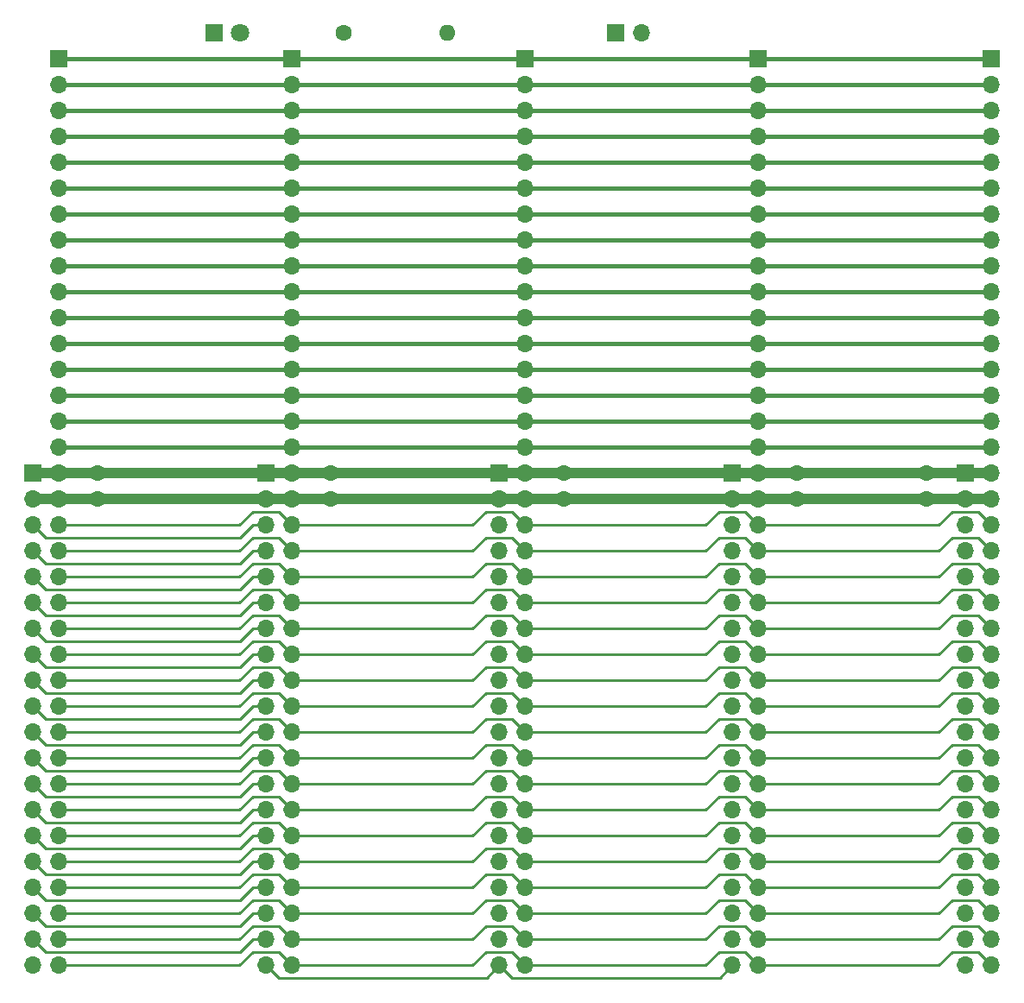
<source format=gbr>
%TF.GenerationSoftware,KiCad,Pcbnew,6.0.11+dfsg-1*%
%TF.CreationDate,2025-12-28T18:54:00+01:00*%
%TF.ProjectId,b2,62322e6b-6963-4616-945f-706362585858,rev?*%
%TF.SameCoordinates,Original*%
%TF.FileFunction,Copper,L2,Bot*%
%TF.FilePolarity,Positive*%
%FSLAX46Y46*%
G04 Gerber Fmt 4.6, Leading zero omitted, Abs format (unit mm)*
G04 Created by KiCad (PCBNEW 6.0.11+dfsg-1) date 2025-12-28 18:54:00*
%MOMM*%
%LPD*%
G01*
G04 APERTURE LIST*
%TA.AperFunction,ComponentPad*%
%ADD10R,1.700000X1.700000*%
%TD*%
%TA.AperFunction,ComponentPad*%
%ADD11O,1.700000X1.700000*%
%TD*%
%TA.AperFunction,ComponentPad*%
%ADD12C,1.600000*%
%TD*%
%TA.AperFunction,ComponentPad*%
%ADD13R,1.800000X1.800000*%
%TD*%
%TA.AperFunction,ComponentPad*%
%ADD14C,1.800000*%
%TD*%
%TA.AperFunction,ComponentPad*%
%ADD15O,1.600000X1.600000*%
%TD*%
%TA.AperFunction,Conductor*%
%ADD16C,0.400000*%
%TD*%
%TA.AperFunction,Conductor*%
%ADD17C,0.250000*%
%TD*%
%TA.AperFunction,Conductor*%
%ADD18C,1.000000*%
%TD*%
G04 APERTURE END LIST*
D10*
%TO.P,REF\u002A\u002A,1*%
%TO.N,N/C*%
X151205000Y-66065000D03*
D11*
%TO.P,REF\u002A\u002A,2*%
X151205000Y-68605000D03*
%TO.P,REF\u002A\u002A,3*%
X151205000Y-71145000D03*
%TO.P,REF\u002A\u002A,4*%
X151205000Y-73685000D03*
%TO.P,REF\u002A\u002A,5*%
X151205000Y-76225000D03*
%TO.P,REF\u002A\u002A,6*%
X151205000Y-78765000D03*
%TO.P,REF\u002A\u002A,7*%
X151205000Y-81305000D03*
%TO.P,REF\u002A\u002A,8*%
X151205000Y-83845000D03*
%TO.P,REF\u002A\u002A,9*%
X151205000Y-86385000D03*
%TO.P,REF\u002A\u002A,10*%
X151205000Y-88925000D03*
%TO.P,REF\u002A\u002A,11*%
X151205000Y-91465000D03*
%TO.P,REF\u002A\u002A,12*%
X151205000Y-94005000D03*
%TO.P,REF\u002A\u002A,13*%
X151205000Y-96545000D03*
%TO.P,REF\u002A\u002A,14*%
X151205000Y-99085000D03*
%TO.P,REF\u002A\u002A,15*%
X151205000Y-101625000D03*
%TO.P,REF\u002A\u002A,16*%
X151205000Y-104165000D03*
%TO.P,REF\u002A\u002A,17*%
X151205000Y-106705000D03*
%TO.P,REF\u002A\u002A,18*%
X151205000Y-109245000D03*
%TO.P,REF\u002A\u002A,19*%
X151205000Y-111785000D03*
%TO.P,REF\u002A\u002A,20*%
X151205000Y-114325000D03*
%TO.P,REF\u002A\u002A,21*%
X151205000Y-116865000D03*
%TO.P,REF\u002A\u002A,22*%
X151205000Y-119405000D03*
%TO.P,REF\u002A\u002A,23*%
X151205000Y-121945000D03*
%TO.P,REF\u002A\u002A,24*%
X151205000Y-124485000D03*
%TO.P,REF\u002A\u002A,25*%
X151205000Y-127025000D03*
%TO.P,REF\u002A\u002A,26*%
X151205000Y-129565000D03*
%TO.P,REF\u002A\u002A,27*%
X151205000Y-132105000D03*
%TO.P,REF\u002A\u002A,28*%
X151205000Y-134645000D03*
%TO.P,REF\u002A\u002A,29*%
X151205000Y-137185000D03*
%TO.P,REF\u002A\u002A,30*%
X151205000Y-139725000D03*
%TO.P,REF\u002A\u002A,31*%
X151205000Y-142265000D03*
%TO.P,REF\u002A\u002A,32*%
X151205000Y-144805000D03*
%TO.P,REF\u002A\u002A,33*%
X151205000Y-147345000D03*
%TO.P,REF\u002A\u002A,34*%
X151205000Y-149885000D03*
%TO.P,REF\u002A\u002A,35*%
X151205000Y-152425000D03*
%TO.P,REF\u002A\u002A,36*%
X151205000Y-154965000D03*
%TD*%
D10*
%TO.P,REF\u002A\u002A,1*%
%TO.N,N/C*%
X102930000Y-106715000D03*
D11*
%TO.P,REF\u002A\u002A,2*%
X102930000Y-109255000D03*
%TO.P,REF\u002A\u002A,3*%
X102930000Y-111795000D03*
%TO.P,REF\u002A\u002A,4*%
X102930000Y-114335000D03*
%TO.P,REF\u002A\u002A,5*%
X102930000Y-116875000D03*
%TO.P,REF\u002A\u002A,6*%
X102930000Y-119415000D03*
%TO.P,REF\u002A\u002A,7*%
X102930000Y-121955000D03*
%TO.P,REF\u002A\u002A,8*%
X102930000Y-124495000D03*
%TO.P,REF\u002A\u002A,9*%
X102930000Y-127035000D03*
%TO.P,REF\u002A\u002A,10*%
X102930000Y-129575000D03*
%TO.P,REF\u002A\u002A,11*%
X102930000Y-132115000D03*
%TO.P,REF\u002A\u002A,12*%
X102930000Y-134655000D03*
%TO.P,REF\u002A\u002A,13*%
X102930000Y-137195000D03*
%TO.P,REF\u002A\u002A,14*%
X102930000Y-139735000D03*
%TO.P,REF\u002A\u002A,15*%
X102930000Y-142275000D03*
%TO.P,REF\u002A\u002A,16*%
X102930000Y-144815000D03*
%TO.P,REF\u002A\u002A,17*%
X102930000Y-147355000D03*
%TO.P,REF\u002A\u002A,18*%
X102930000Y-149895000D03*
%TO.P,REF\u002A\u002A,19*%
X102930000Y-152435000D03*
%TO.P,REF\u002A\u002A,20*%
X102930000Y-154975000D03*
%TD*%
D12*
%TO.P,C,1*%
%TO.N,N/C*%
X190500000Y-109220000D03*
%TO.P,C,2*%
X190500000Y-106720000D03*
%TD*%
%TO.P,C,1*%
%TO.N,N/C*%
X177800000Y-109220000D03*
%TO.P,C,2*%
X177800000Y-106720000D03*
%TD*%
%TO.P,C,1*%
%TO.N,N/C*%
X132080000Y-109220000D03*
%TO.P,C,2*%
X132080000Y-106720000D03*
%TD*%
D10*
%TO.P,REF\u002A\u002A,1*%
%TO.N,N/C*%
X194335000Y-106715000D03*
D11*
%TO.P,REF\u002A\u002A,2*%
X194335000Y-109255000D03*
%TO.P,REF\u002A\u002A,3*%
X194335000Y-111795000D03*
%TO.P,REF\u002A\u002A,4*%
X194335000Y-114335000D03*
%TO.P,REF\u002A\u002A,5*%
X194335000Y-116875000D03*
%TO.P,REF\u002A\u002A,6*%
X194335000Y-119415000D03*
%TO.P,REF\u002A\u002A,7*%
X194335000Y-121955000D03*
%TO.P,REF\u002A\u002A,8*%
X194335000Y-124495000D03*
%TO.P,REF\u002A\u002A,9*%
X194335000Y-127035000D03*
%TO.P,REF\u002A\u002A,10*%
X194335000Y-129575000D03*
%TO.P,REF\u002A\u002A,11*%
X194335000Y-132115000D03*
%TO.P,REF\u002A\u002A,12*%
X194335000Y-134655000D03*
%TO.P,REF\u002A\u002A,13*%
X194335000Y-137195000D03*
%TO.P,REF\u002A\u002A,14*%
X194335000Y-139735000D03*
%TO.P,REF\u002A\u002A,15*%
X194335000Y-142275000D03*
%TO.P,REF\u002A\u002A,16*%
X194335000Y-144815000D03*
%TO.P,REF\u002A\u002A,17*%
X194335000Y-147355000D03*
%TO.P,REF\u002A\u002A,18*%
X194335000Y-149895000D03*
%TO.P,REF\u002A\u002A,19*%
X194335000Y-152435000D03*
%TO.P,REF\u002A\u002A,20*%
X194335000Y-154975000D03*
%TD*%
D10*
%TO.P,REF\u002A\u002A,1*%
%TO.N,N/C*%
X148665000Y-106715000D03*
D11*
%TO.P,REF\u002A\u002A,2*%
X148665000Y-109255000D03*
%TO.P,REF\u002A\u002A,3*%
X148665000Y-111795000D03*
%TO.P,REF\u002A\u002A,4*%
X148665000Y-114335000D03*
%TO.P,REF\u002A\u002A,5*%
X148665000Y-116875000D03*
%TO.P,REF\u002A\u002A,6*%
X148665000Y-119415000D03*
%TO.P,REF\u002A\u002A,7*%
X148665000Y-121955000D03*
%TO.P,REF\u002A\u002A,8*%
X148665000Y-124495000D03*
%TO.P,REF\u002A\u002A,9*%
X148665000Y-127035000D03*
%TO.P,REF\u002A\u002A,10*%
X148665000Y-129575000D03*
%TO.P,REF\u002A\u002A,11*%
X148665000Y-132115000D03*
%TO.P,REF\u002A\u002A,12*%
X148665000Y-134655000D03*
%TO.P,REF\u002A\u002A,13*%
X148665000Y-137195000D03*
%TO.P,REF\u002A\u002A,14*%
X148665000Y-139735000D03*
%TO.P,REF\u002A\u002A,15*%
X148665000Y-142275000D03*
%TO.P,REF\u002A\u002A,16*%
X148665000Y-144815000D03*
%TO.P,REF\u002A\u002A,17*%
X148665000Y-147355000D03*
%TO.P,REF\u002A\u002A,18*%
X148665000Y-149895000D03*
%TO.P,REF\u002A\u002A,19*%
X148665000Y-152435000D03*
%TO.P,REF\u002A\u002A,20*%
X148665000Y-154975000D03*
%TD*%
D13*
%TO.P,REF\u002A\u002A,1*%
%TO.N,N/C*%
X120650000Y-63500000D03*
D14*
%TO.P,REF\u002A\u002A,2*%
X123190000Y-63500000D03*
%TD*%
D12*
%TO.P,1k,1*%
%TO.N,N/C*%
X133350000Y-63500000D03*
D15*
%TO.P,1k,2*%
X143510000Y-63500000D03*
%TD*%
D12*
%TO.P,C,1*%
%TO.N,N/C*%
X109220000Y-109220000D03*
%TO.P,C,2*%
X109220000Y-106720000D03*
%TD*%
D10*
%TO.P,REF\u002A\u002A,1*%
%TO.N,N/C*%
X174065000Y-66065000D03*
D11*
%TO.P,REF\u002A\u002A,2*%
X174065000Y-68605000D03*
%TO.P,REF\u002A\u002A,3*%
X174065000Y-71145000D03*
%TO.P,REF\u002A\u002A,4*%
X174065000Y-73685000D03*
%TO.P,REF\u002A\u002A,5*%
X174065000Y-76225000D03*
%TO.P,REF\u002A\u002A,6*%
X174065000Y-78765000D03*
%TO.P,REF\u002A\u002A,7*%
X174065000Y-81305000D03*
%TO.P,REF\u002A\u002A,8*%
X174065000Y-83845000D03*
%TO.P,REF\u002A\u002A,9*%
X174065000Y-86385000D03*
%TO.P,REF\u002A\u002A,10*%
X174065000Y-88925000D03*
%TO.P,REF\u002A\u002A,11*%
X174065000Y-91465000D03*
%TO.P,REF\u002A\u002A,12*%
X174065000Y-94005000D03*
%TO.P,REF\u002A\u002A,13*%
X174065000Y-96545000D03*
%TO.P,REF\u002A\u002A,14*%
X174065000Y-99085000D03*
%TO.P,REF\u002A\u002A,15*%
X174065000Y-101625000D03*
%TO.P,REF\u002A\u002A,16*%
X174065000Y-104165000D03*
%TO.P,REF\u002A\u002A,17*%
X174065000Y-106705000D03*
%TO.P,REF\u002A\u002A,18*%
X174065000Y-109245000D03*
%TO.P,REF\u002A\u002A,19*%
X174065000Y-111785000D03*
%TO.P,REF\u002A\u002A,20*%
X174065000Y-114325000D03*
%TO.P,REF\u002A\u002A,21*%
X174065000Y-116865000D03*
%TO.P,REF\u002A\u002A,22*%
X174065000Y-119405000D03*
%TO.P,REF\u002A\u002A,23*%
X174065000Y-121945000D03*
%TO.P,REF\u002A\u002A,24*%
X174065000Y-124485000D03*
%TO.P,REF\u002A\u002A,25*%
X174065000Y-127025000D03*
%TO.P,REF\u002A\u002A,26*%
X174065000Y-129565000D03*
%TO.P,REF\u002A\u002A,27*%
X174065000Y-132105000D03*
%TO.P,REF\u002A\u002A,28*%
X174065000Y-134645000D03*
%TO.P,REF\u002A\u002A,29*%
X174065000Y-137185000D03*
%TO.P,REF\u002A\u002A,30*%
X174065000Y-139725000D03*
%TO.P,REF\u002A\u002A,31*%
X174065000Y-142265000D03*
%TO.P,REF\u002A\u002A,32*%
X174065000Y-144805000D03*
%TO.P,REF\u002A\u002A,33*%
X174065000Y-147345000D03*
%TO.P,REF\u002A\u002A,34*%
X174065000Y-149885000D03*
%TO.P,REF\u002A\u002A,35*%
X174065000Y-152425000D03*
%TO.P,REF\u002A\u002A,36*%
X174065000Y-154965000D03*
%TD*%
D10*
%TO.P,REF\u002A\u002A,1*%
%TO.N,N/C*%
X128320000Y-66065000D03*
D11*
%TO.P,REF\u002A\u002A,2*%
X128320000Y-68605000D03*
%TO.P,REF\u002A\u002A,3*%
X128320000Y-71145000D03*
%TO.P,REF\u002A\u002A,4*%
X128320000Y-73685000D03*
%TO.P,REF\u002A\u002A,5*%
X128320000Y-76225000D03*
%TO.P,REF\u002A\u002A,6*%
X128320000Y-78765000D03*
%TO.P,REF\u002A\u002A,7*%
X128320000Y-81305000D03*
%TO.P,REF\u002A\u002A,8*%
X128320000Y-83845000D03*
%TO.P,REF\u002A\u002A,9*%
X128320000Y-86385000D03*
%TO.P,REF\u002A\u002A,10*%
X128320000Y-88925000D03*
%TO.P,REF\u002A\u002A,11*%
X128320000Y-91465000D03*
%TO.P,REF\u002A\u002A,12*%
X128320000Y-94005000D03*
%TO.P,REF\u002A\u002A,13*%
X128320000Y-96545000D03*
%TO.P,REF\u002A\u002A,14*%
X128320000Y-99085000D03*
%TO.P,REF\u002A\u002A,15*%
X128320000Y-101625000D03*
%TO.P,REF\u002A\u002A,16*%
X128320000Y-104165000D03*
%TO.P,REF\u002A\u002A,17*%
X128320000Y-106705000D03*
%TO.P,REF\u002A\u002A,18*%
X128320000Y-109245000D03*
%TO.P,REF\u002A\u002A,19*%
X128320000Y-111785000D03*
%TO.P,REF\u002A\u002A,20*%
X128320000Y-114325000D03*
%TO.P,REF\u002A\u002A,21*%
X128320000Y-116865000D03*
%TO.P,REF\u002A\u002A,22*%
X128320000Y-119405000D03*
%TO.P,REF\u002A\u002A,23*%
X128320000Y-121945000D03*
%TO.P,REF\u002A\u002A,24*%
X128320000Y-124485000D03*
%TO.P,REF\u002A\u002A,25*%
X128320000Y-127025000D03*
%TO.P,REF\u002A\u002A,26*%
X128320000Y-129565000D03*
%TO.P,REF\u002A\u002A,27*%
X128320000Y-132105000D03*
%TO.P,REF\u002A\u002A,28*%
X128320000Y-134645000D03*
%TO.P,REF\u002A\u002A,29*%
X128320000Y-137185000D03*
%TO.P,REF\u002A\u002A,30*%
X128320000Y-139725000D03*
%TO.P,REF\u002A\u002A,31*%
X128320000Y-142265000D03*
%TO.P,REF\u002A\u002A,32*%
X128320000Y-144805000D03*
%TO.P,REF\u002A\u002A,33*%
X128320000Y-147345000D03*
%TO.P,REF\u002A\u002A,34*%
X128320000Y-149885000D03*
%TO.P,REF\u002A\u002A,35*%
X128320000Y-152425000D03*
%TO.P,REF\u002A\u002A,36*%
X128320000Y-154965000D03*
%TD*%
D10*
%TO.P,5V,1*%
%TO.N,N/C*%
X160020000Y-63500000D03*
D11*
%TO.P,5V,2*%
X162560000Y-63500000D03*
%TD*%
D12*
%TO.P,C,1*%
%TO.N,N/C*%
X154940000Y-109220000D03*
%TO.P,C,2*%
X154940000Y-106720000D03*
%TD*%
D10*
%TO.P,REF\u002A\u002A,1*%
%TO.N,N/C*%
X125780000Y-106715000D03*
D11*
%TO.P,REF\u002A\u002A,2*%
X125780000Y-109255000D03*
%TO.P,REF\u002A\u002A,3*%
X125780000Y-111795000D03*
%TO.P,REF\u002A\u002A,4*%
X125780000Y-114335000D03*
%TO.P,REF\u002A\u002A,5*%
X125780000Y-116875000D03*
%TO.P,REF\u002A\u002A,6*%
X125780000Y-119415000D03*
%TO.P,REF\u002A\u002A,7*%
X125780000Y-121955000D03*
%TO.P,REF\u002A\u002A,8*%
X125780000Y-124495000D03*
%TO.P,REF\u002A\u002A,9*%
X125780000Y-127035000D03*
%TO.P,REF\u002A\u002A,10*%
X125780000Y-129575000D03*
%TO.P,REF\u002A\u002A,11*%
X125780000Y-132115000D03*
%TO.P,REF\u002A\u002A,12*%
X125780000Y-134655000D03*
%TO.P,REF\u002A\u002A,13*%
X125780000Y-137195000D03*
%TO.P,REF\u002A\u002A,14*%
X125780000Y-139735000D03*
%TO.P,REF\u002A\u002A,15*%
X125780000Y-142275000D03*
%TO.P,REF\u002A\u002A,16*%
X125780000Y-144815000D03*
%TO.P,REF\u002A\u002A,17*%
X125780000Y-147355000D03*
%TO.P,REF\u002A\u002A,18*%
X125780000Y-149895000D03*
%TO.P,REF\u002A\u002A,19*%
X125780000Y-152435000D03*
%TO.P,REF\u002A\u002A,20*%
X125780000Y-154975000D03*
%TD*%
D10*
%TO.P,REF\u002A\u002A,1*%
%TO.N,N/C*%
X105470000Y-66065000D03*
D11*
%TO.P,REF\u002A\u002A,2*%
X105470000Y-68605000D03*
%TO.P,REF\u002A\u002A,3*%
X105470000Y-71145000D03*
%TO.P,REF\u002A\u002A,4*%
X105470000Y-73685000D03*
%TO.P,REF\u002A\u002A,5*%
X105470000Y-76225000D03*
%TO.P,REF\u002A\u002A,6*%
X105470000Y-78765000D03*
%TO.P,REF\u002A\u002A,7*%
X105470000Y-81305000D03*
%TO.P,REF\u002A\u002A,8*%
X105470000Y-83845000D03*
%TO.P,REF\u002A\u002A,9*%
X105470000Y-86385000D03*
%TO.P,REF\u002A\u002A,10*%
X105470000Y-88925000D03*
%TO.P,REF\u002A\u002A,11*%
X105470000Y-91465000D03*
%TO.P,REF\u002A\u002A,12*%
X105470000Y-94005000D03*
%TO.P,REF\u002A\u002A,13*%
X105470000Y-96545000D03*
%TO.P,REF\u002A\u002A,14*%
X105470000Y-99085000D03*
%TO.P,REF\u002A\u002A,15*%
X105470000Y-101625000D03*
%TO.P,REF\u002A\u002A,16*%
X105470000Y-104165000D03*
%TO.P,REF\u002A\u002A,17*%
X105470000Y-106705000D03*
%TO.P,REF\u002A\u002A,18*%
X105470000Y-109245000D03*
%TO.P,REF\u002A\u002A,19*%
X105470000Y-111785000D03*
%TO.P,REF\u002A\u002A,20*%
X105470000Y-114325000D03*
%TO.P,REF\u002A\u002A,21*%
X105470000Y-116865000D03*
%TO.P,REF\u002A\u002A,22*%
X105470000Y-119405000D03*
%TO.P,REF\u002A\u002A,23*%
X105470000Y-121945000D03*
%TO.P,REF\u002A\u002A,24*%
X105470000Y-124485000D03*
%TO.P,REF\u002A\u002A,25*%
X105470000Y-127025000D03*
%TO.P,REF\u002A\u002A,26*%
X105470000Y-129565000D03*
%TO.P,REF\u002A\u002A,27*%
X105470000Y-132105000D03*
%TO.P,REF\u002A\u002A,28*%
X105470000Y-134645000D03*
%TO.P,REF\u002A\u002A,29*%
X105470000Y-137185000D03*
%TO.P,REF\u002A\u002A,30*%
X105470000Y-139725000D03*
%TO.P,REF\u002A\u002A,31*%
X105470000Y-142265000D03*
%TO.P,REF\u002A\u002A,32*%
X105470000Y-144805000D03*
%TO.P,REF\u002A\u002A,33*%
X105470000Y-147345000D03*
%TO.P,REF\u002A\u002A,34*%
X105470000Y-149885000D03*
%TO.P,REF\u002A\u002A,35*%
X105470000Y-152425000D03*
%TO.P,REF\u002A\u002A,36*%
X105470000Y-154965000D03*
%TD*%
D10*
%TO.P,REF\u002A\u002A,1*%
%TO.N,N/C*%
X171525000Y-106715000D03*
D11*
%TO.P,REF\u002A\u002A,2*%
X171525000Y-109255000D03*
%TO.P,REF\u002A\u002A,3*%
X171525000Y-111795000D03*
%TO.P,REF\u002A\u002A,4*%
X171525000Y-114335000D03*
%TO.P,REF\u002A\u002A,5*%
X171525000Y-116875000D03*
%TO.P,REF\u002A\u002A,6*%
X171525000Y-119415000D03*
%TO.P,REF\u002A\u002A,7*%
X171525000Y-121955000D03*
%TO.P,REF\u002A\u002A,8*%
X171525000Y-124495000D03*
%TO.P,REF\u002A\u002A,9*%
X171525000Y-127035000D03*
%TO.P,REF\u002A\u002A,10*%
X171525000Y-129575000D03*
%TO.P,REF\u002A\u002A,11*%
X171525000Y-132115000D03*
%TO.P,REF\u002A\u002A,12*%
X171525000Y-134655000D03*
%TO.P,REF\u002A\u002A,13*%
X171525000Y-137195000D03*
%TO.P,REF\u002A\u002A,14*%
X171525000Y-139735000D03*
%TO.P,REF\u002A\u002A,15*%
X171525000Y-142275000D03*
%TO.P,REF\u002A\u002A,16*%
X171525000Y-144815000D03*
%TO.P,REF\u002A\u002A,17*%
X171525000Y-147355000D03*
%TO.P,REF\u002A\u002A,18*%
X171525000Y-149895000D03*
%TO.P,REF\u002A\u002A,19*%
X171525000Y-152435000D03*
%TO.P,REF\u002A\u002A,20*%
X171525000Y-154975000D03*
%TD*%
D10*
%TO.P,REF\u002A\u002A,1*%
%TO.N,N/C*%
X196875000Y-66065000D03*
D11*
%TO.P,REF\u002A\u002A,2*%
X196875000Y-68605000D03*
%TO.P,REF\u002A\u002A,3*%
X196875000Y-71145000D03*
%TO.P,REF\u002A\u002A,4*%
X196875000Y-73685000D03*
%TO.P,REF\u002A\u002A,5*%
X196875000Y-76225000D03*
%TO.P,REF\u002A\u002A,6*%
X196875000Y-78765000D03*
%TO.P,REF\u002A\u002A,7*%
X196875000Y-81305000D03*
%TO.P,REF\u002A\u002A,8*%
X196875000Y-83845000D03*
%TO.P,REF\u002A\u002A,9*%
X196875000Y-86385000D03*
%TO.P,REF\u002A\u002A,10*%
X196875000Y-88925000D03*
%TO.P,REF\u002A\u002A,11*%
X196875000Y-91465000D03*
%TO.P,REF\u002A\u002A,12*%
X196875000Y-94005000D03*
%TO.P,REF\u002A\u002A,13*%
X196875000Y-96545000D03*
%TO.P,REF\u002A\u002A,14*%
X196875000Y-99085000D03*
%TO.P,REF\u002A\u002A,15*%
X196875000Y-101625000D03*
%TO.P,REF\u002A\u002A,16*%
X196875000Y-104165000D03*
%TO.P,REF\u002A\u002A,17*%
X196875000Y-106705000D03*
%TO.P,REF\u002A\u002A,18*%
X196875000Y-109245000D03*
%TO.P,REF\u002A\u002A,19*%
X196875000Y-111785000D03*
%TO.P,REF\u002A\u002A,20*%
X196875000Y-114325000D03*
%TO.P,REF\u002A\u002A,21*%
X196875000Y-116865000D03*
%TO.P,REF\u002A\u002A,22*%
X196875000Y-119405000D03*
%TO.P,REF\u002A\u002A,23*%
X196875000Y-121945000D03*
%TO.P,REF\u002A\u002A,24*%
X196875000Y-124485000D03*
%TO.P,REF\u002A\u002A,25*%
X196875000Y-127025000D03*
%TO.P,REF\u002A\u002A,26*%
X196875000Y-129565000D03*
%TO.P,REF\u002A\u002A,27*%
X196875000Y-132105000D03*
%TO.P,REF\u002A\u002A,28*%
X196875000Y-134645000D03*
%TO.P,REF\u002A\u002A,29*%
X196875000Y-137185000D03*
%TO.P,REF\u002A\u002A,30*%
X196875000Y-139725000D03*
%TO.P,REF\u002A\u002A,31*%
X196875000Y-142265000D03*
%TO.P,REF\u002A\u002A,32*%
X196875000Y-144805000D03*
%TO.P,REF\u002A\u002A,33*%
X196875000Y-147345000D03*
%TO.P,REF\u002A\u002A,34*%
X196875000Y-149885000D03*
%TO.P,REF\u002A\u002A,35*%
X196875000Y-152425000D03*
%TO.P,REF\u002A\u002A,36*%
X196875000Y-154965000D03*
%TD*%
D16*
%TO.N,*%
X174065000Y-78765000D02*
X196875000Y-78765000D01*
D17*
X123190000Y-118110000D02*
X124460000Y-116840000D01*
X124460000Y-111760000D02*
X124495000Y-111795000D01*
X124460000Y-113030000D02*
X127025000Y-113030000D01*
X104140000Y-135865000D02*
X104140000Y-135890000D01*
X174065000Y-142265000D02*
X191745000Y-142265000D01*
X172770000Y-140970000D02*
X174065000Y-142265000D01*
X102930000Y-147355000D02*
X104140000Y-148565000D01*
X127025000Y-120650000D02*
X128320000Y-121945000D01*
X124495000Y-137195000D02*
X125780000Y-137195000D01*
X170180000Y-120650000D02*
X172770000Y-120650000D01*
X151205000Y-154965000D02*
X168885000Y-154965000D01*
X102930000Y-114335000D02*
X104140000Y-115545000D01*
X146025000Y-152425000D02*
X147320000Y-151130000D01*
X105470000Y-147345000D02*
X123165000Y-147345000D01*
X151205000Y-111785000D02*
X168885000Y-111785000D01*
X104140000Y-123190000D02*
X123190000Y-123190000D01*
X128320000Y-127025000D02*
X146025000Y-127025000D01*
X174065000Y-114325000D02*
X191745000Y-114325000D01*
X146025000Y-127025000D02*
X147320000Y-125730000D01*
X174065000Y-129565000D02*
X191745000Y-129565000D01*
D18*
X148655000Y-106705000D02*
X148665000Y-106715000D01*
D17*
X104140000Y-113030000D02*
X123190000Y-113030000D01*
X193040000Y-140970000D02*
X195580000Y-140970000D01*
X104140000Y-120650000D02*
X123190000Y-120650000D01*
D18*
X128310000Y-106715000D02*
X128320000Y-106705000D01*
D17*
X170180000Y-146050000D02*
X172770000Y-146050000D01*
X146025000Y-114325000D02*
X147320000Y-113030000D01*
D18*
X174065000Y-106705000D02*
X171535000Y-106705000D01*
D17*
X124495000Y-152435000D02*
X125780000Y-152435000D01*
X124460000Y-148590000D02*
X127025000Y-148590000D01*
X124460000Y-120650000D02*
X127025000Y-120650000D01*
D16*
X105470000Y-104165000D02*
X128320000Y-104165000D01*
D17*
X123190000Y-133350000D02*
X124460000Y-132080000D01*
X104140000Y-140970000D02*
X123190000Y-140970000D01*
X123165000Y-119405000D02*
X124460000Y-118110000D01*
X151205000Y-116865000D02*
X168885000Y-116865000D01*
X105470000Y-149885000D02*
X123165000Y-149885000D01*
X105470000Y-152425000D02*
X123165000Y-152425000D01*
X174065000Y-152425000D02*
X191745000Y-152425000D01*
D16*
X128320000Y-96545000D02*
X151205000Y-96545000D01*
D17*
X124460000Y-124460000D02*
X124495000Y-124495000D01*
X147320000Y-151130000D02*
X149910000Y-151130000D01*
D16*
X105470000Y-73685000D02*
X128320000Y-73685000D01*
X174065000Y-91465000D02*
X196875000Y-91465000D01*
D17*
X123165000Y-144805000D02*
X124460000Y-143510000D01*
D16*
X128320000Y-73685000D02*
X151205000Y-73685000D01*
D17*
X124460000Y-128270000D02*
X127025000Y-128270000D01*
X127025000Y-151130000D02*
X128320000Y-152425000D01*
X123165000Y-121945000D02*
X124460000Y-120650000D01*
D16*
X151205000Y-94005000D02*
X174065000Y-94005000D01*
D17*
X168885000Y-152425000D02*
X170180000Y-151130000D01*
X102930000Y-129575000D02*
X104140000Y-130785000D01*
X151205000Y-137185000D02*
X168885000Y-137185000D01*
D16*
X128320000Y-91465000D02*
X151205000Y-91465000D01*
X174065000Y-76225000D02*
X196875000Y-76225000D01*
D17*
X151205000Y-132105000D02*
X168885000Y-132105000D01*
D18*
X105460000Y-109255000D02*
X105470000Y-109245000D01*
D17*
X104140000Y-115570000D02*
X123190000Y-115570000D01*
X151205000Y-147345000D02*
X168885000Y-147345000D01*
X195580000Y-113030000D02*
X196875000Y-114325000D01*
X124460000Y-115570000D02*
X127025000Y-115570000D01*
X193040000Y-135890000D02*
X195580000Y-135890000D01*
X128320000Y-149885000D02*
X146025000Y-149885000D01*
X174065000Y-134645000D02*
X191745000Y-134645000D01*
X191745000Y-137185000D02*
X193040000Y-135890000D01*
X172770000Y-120650000D02*
X174065000Y-121945000D01*
X147320000Y-148590000D02*
X149910000Y-148590000D01*
X170180000Y-130810000D02*
X172770000Y-130810000D01*
D16*
X105470000Y-76225000D02*
X128320000Y-76225000D01*
D17*
X146025000Y-142265000D02*
X147320000Y-140970000D01*
X193040000Y-115570000D02*
X195580000Y-115570000D01*
D18*
X174065000Y-106705000D02*
X194325000Y-106705000D01*
X125770000Y-106705000D02*
X125780000Y-106715000D01*
D17*
X124460000Y-144780000D02*
X124495000Y-144815000D01*
D18*
X194335000Y-106715000D02*
X196865000Y-106715000D01*
D17*
X149910000Y-138430000D02*
X151205000Y-139725000D01*
X149910000Y-118110000D02*
X151205000Y-119405000D01*
X151205000Y-149885000D02*
X168885000Y-149885000D01*
X123190000Y-123190000D02*
X124460000Y-121920000D01*
X149910000Y-148590000D02*
X151205000Y-149885000D01*
X170180000Y-153670000D02*
X172770000Y-153670000D01*
X123165000Y-134645000D02*
X124460000Y-133350000D01*
X172770000Y-115570000D02*
X174065000Y-116865000D01*
X174065000Y-147345000D02*
X191745000Y-147345000D01*
X172770000Y-151130000D02*
X174065000Y-152425000D01*
X191745000Y-139725000D02*
X193040000Y-138430000D01*
X127025000Y-140970000D02*
X128320000Y-142265000D01*
D16*
X151205000Y-66065000D02*
X174065000Y-66065000D01*
D17*
X104140000Y-146025000D02*
X104140000Y-146050000D01*
X191745000Y-124485000D02*
X193040000Y-123190000D01*
X124460000Y-118110000D02*
X127025000Y-118110000D01*
X105470000Y-127025000D02*
X123165000Y-127025000D01*
X149910000Y-128270000D02*
X151205000Y-129565000D01*
X123165000Y-147345000D02*
X124460000Y-146050000D01*
X195580000Y-140970000D02*
X196875000Y-142265000D01*
X124460000Y-116840000D02*
X124495000Y-116875000D01*
D16*
X128320000Y-83845000D02*
X151205000Y-83845000D01*
D17*
X147320000Y-130810000D02*
X149910000Y-130810000D01*
X127025000Y-148590000D02*
X128320000Y-149885000D01*
X151205000Y-114325000D02*
X168885000Y-114325000D01*
X123190000Y-138430000D02*
X124460000Y-137160000D01*
X191745000Y-129565000D02*
X193040000Y-128270000D01*
D18*
X171515000Y-109245000D02*
X171525000Y-109255000D01*
D17*
X195580000Y-133350000D02*
X196875000Y-134645000D01*
X168885000Y-127025000D02*
X170180000Y-125730000D01*
X128320000Y-142265000D02*
X146025000Y-142265000D01*
X172770000Y-133350000D02*
X174065000Y-134645000D01*
X104140000Y-113005000D02*
X104140000Y-113030000D01*
X104140000Y-143485000D02*
X104140000Y-143510000D01*
X147320000Y-123190000D02*
X149910000Y-123190000D01*
D18*
X151195000Y-106715000D02*
X151205000Y-106705000D01*
D17*
X168885000Y-149885000D02*
X170180000Y-148590000D01*
X146025000Y-124485000D02*
X147320000Y-123190000D01*
X104140000Y-130785000D02*
X104140000Y-130810000D01*
X193040000Y-151130000D02*
X195580000Y-151130000D01*
D16*
X174065000Y-104165000D02*
X196875000Y-104165000D01*
D17*
X128320000Y-129565000D02*
X146025000Y-129565000D01*
X147320000Y-140970000D02*
X149910000Y-140970000D01*
X151205000Y-121945000D02*
X168885000Y-121945000D01*
D18*
X196865000Y-109255000D02*
X196875000Y-109245000D01*
D17*
X128320000Y-116865000D02*
X146025000Y-116865000D01*
X104140000Y-133325000D02*
X104140000Y-133350000D01*
D18*
X102930000Y-109255000D02*
X105460000Y-109255000D01*
D17*
X193040000Y-130810000D02*
X195580000Y-130810000D01*
X123190000Y-115570000D02*
X124460000Y-114300000D01*
X146025000Y-121945000D02*
X147320000Y-120650000D01*
D18*
X194325000Y-109245000D02*
X194335000Y-109255000D01*
D17*
X128320000Y-134645000D02*
X146025000Y-134645000D01*
X168885000Y-119405000D02*
X170180000Y-118110000D01*
X128320000Y-154965000D02*
X146025000Y-154965000D01*
X123190000Y-151130000D02*
X124460000Y-149860000D01*
D16*
X174065000Y-68605000D02*
X151205000Y-68605000D01*
D17*
X104140000Y-118085000D02*
X104140000Y-118110000D01*
X170180000Y-118110000D02*
X172770000Y-118110000D01*
X146025000Y-111785000D02*
X147320000Y-110490000D01*
X168885000Y-154965000D02*
X170180000Y-153670000D01*
X128320000Y-132105000D02*
X146025000Y-132105000D01*
X124495000Y-132115000D02*
X125780000Y-132115000D01*
X146025000Y-147345000D02*
X147320000Y-146050000D01*
D18*
X196865000Y-106715000D02*
X196875000Y-106705000D01*
D17*
X193040000Y-120650000D02*
X195580000Y-120650000D01*
X123165000Y-154965000D02*
X124460000Y-153670000D01*
X125780000Y-154975000D02*
X127000000Y-156195000D01*
X127025000Y-110490000D02*
X128320000Y-111785000D01*
X149910000Y-143510000D02*
X151205000Y-144805000D01*
X172770000Y-146050000D02*
X174065000Y-147345000D01*
X168885000Y-142265000D02*
X170180000Y-140970000D01*
D16*
X174065000Y-83845000D02*
X196875000Y-83845000D01*
X105470000Y-81305000D02*
X128320000Y-81305000D01*
D17*
X147320000Y-135890000D02*
X149910000Y-135890000D01*
X104140000Y-140945000D02*
X104140000Y-140970000D01*
X123190000Y-130810000D02*
X124460000Y-129540000D01*
D16*
X151205000Y-71145000D02*
X174065000Y-71145000D01*
D17*
X127025000Y-146050000D02*
X128320000Y-147345000D01*
X147320000Y-125730000D02*
X149910000Y-125730000D01*
X124460000Y-151130000D02*
X127025000Y-151130000D01*
X123165000Y-142265000D02*
X124460000Y-140970000D01*
X195580000Y-123190000D02*
X196875000Y-124485000D01*
X195580000Y-148590000D02*
X196875000Y-149885000D01*
X104140000Y-123165000D02*
X104140000Y-123190000D01*
X191745000Y-127025000D02*
X193040000Y-125730000D01*
X151205000Y-119405000D02*
X168885000Y-119405000D01*
D16*
X151205000Y-104165000D02*
X174065000Y-104165000D01*
D17*
X151205000Y-124485000D02*
X168885000Y-124485000D01*
D16*
X174065000Y-86385000D02*
X196875000Y-86385000D01*
D17*
X168885000Y-111785000D02*
X170180000Y-110490000D01*
X193040000Y-110490000D02*
X195580000Y-110490000D01*
X191745000Y-149885000D02*
X193040000Y-148590000D01*
D18*
X128320000Y-106705000D02*
X148655000Y-106705000D01*
D17*
X123190000Y-148590000D02*
X124460000Y-147320000D01*
X191745000Y-144805000D02*
X193040000Y-143510000D01*
X124460000Y-119380000D02*
X124495000Y-119415000D01*
X104140000Y-135890000D02*
X123190000Y-135890000D01*
X172770000Y-135890000D02*
X174065000Y-137185000D01*
X102930000Y-149895000D02*
X104140000Y-151105000D01*
D18*
X194325000Y-106705000D02*
X194335000Y-106715000D01*
D17*
X105470000Y-144805000D02*
X123165000Y-144805000D01*
X104140000Y-118110000D02*
X123190000Y-118110000D01*
X124460000Y-153670000D02*
X127025000Y-153670000D01*
D16*
X151205000Y-88925000D02*
X174065000Y-88925000D01*
D17*
X191745000Y-134645000D02*
X193040000Y-133350000D01*
D16*
X174065000Y-81305000D02*
X196875000Y-81305000D01*
D17*
X170180000Y-128270000D02*
X172770000Y-128270000D01*
D16*
X105470000Y-96545000D02*
X128320000Y-96545000D01*
D17*
X149910000Y-140970000D02*
X151205000Y-142265000D01*
X147320000Y-153670000D02*
X149910000Y-153670000D01*
X127025000Y-125730000D02*
X128320000Y-127025000D01*
X170180000Y-151130000D02*
X172770000Y-151130000D01*
X102930000Y-127035000D02*
X104140000Y-128245000D01*
D18*
X105470000Y-109245000D02*
X125770000Y-109245000D01*
D17*
X124495000Y-121955000D02*
X125780000Y-121955000D01*
D18*
X151205000Y-109245000D02*
X171515000Y-109245000D01*
X128320000Y-109245000D02*
X148655000Y-109245000D01*
D17*
X104140000Y-153645000D02*
X104140000Y-153670000D01*
X151205000Y-142265000D02*
X168885000Y-142265000D01*
X123165000Y-132105000D02*
X124460000Y-130810000D01*
X128320000Y-139725000D02*
X146025000Y-139725000D01*
X124495000Y-114335000D02*
X125780000Y-114335000D01*
X191745000Y-142265000D02*
X193040000Y-140970000D01*
X151205000Y-152425000D02*
X168885000Y-152425000D01*
X195580000Y-130810000D02*
X196875000Y-132105000D01*
X105470000Y-134645000D02*
X123165000Y-134645000D01*
X124495000Y-116875000D02*
X125780000Y-116875000D01*
X170180000Y-115570000D02*
X172770000Y-115570000D01*
X174065000Y-137185000D02*
X191745000Y-137185000D01*
X147320000Y-143510000D02*
X149910000Y-143510000D01*
D16*
X128320000Y-78765000D02*
X151205000Y-78765000D01*
D17*
X172770000Y-125730000D02*
X174065000Y-127025000D01*
X149910000Y-146050000D02*
X151205000Y-147345000D01*
X105470000Y-111785000D02*
X123165000Y-111785000D01*
X174065000Y-119405000D02*
X191745000Y-119405000D01*
X151205000Y-144805000D02*
X168885000Y-144805000D01*
X191745000Y-121945000D02*
X193040000Y-120650000D01*
X193040000Y-148590000D02*
X195580000Y-148590000D01*
X124495000Y-127035000D02*
X125780000Y-127035000D01*
X104140000Y-146050000D02*
X123190000Y-146050000D01*
X124460000Y-114300000D02*
X124495000Y-114335000D01*
X172770000Y-138430000D02*
X174065000Y-139725000D01*
X127025000Y-123190000D02*
X128320000Y-124485000D01*
X147430000Y-156210000D02*
X148665000Y-154975000D01*
X193040000Y-153670000D02*
X195580000Y-153670000D01*
X193040000Y-133350000D02*
X195580000Y-133350000D01*
X128320000Y-144805000D02*
X146025000Y-144805000D01*
X147320000Y-133350000D02*
X149910000Y-133350000D01*
X146025000Y-154965000D02*
X147320000Y-153670000D01*
D16*
X105470000Y-78765000D02*
X128320000Y-78765000D01*
D17*
X127025000Y-153670000D02*
X128320000Y-154965000D01*
D18*
X194335000Y-109255000D02*
X196865000Y-109255000D01*
D17*
X123165000Y-114325000D02*
X124460000Y-113030000D01*
X123190000Y-135890000D02*
X124460000Y-134620000D01*
X149910000Y-153670000D02*
X151205000Y-154965000D01*
D16*
X174065000Y-94005000D02*
X196875000Y-94005000D01*
D17*
X102930000Y-134655000D02*
X104140000Y-135865000D01*
X191745000Y-154965000D02*
X193040000Y-153670000D01*
X148665000Y-154975000D02*
X149900000Y-156210000D01*
D16*
X174065000Y-99085000D02*
X196875000Y-99085000D01*
D17*
X149910000Y-133350000D02*
X151205000Y-134645000D01*
X104140000Y-151105000D02*
X104140000Y-151130000D01*
D16*
X128320000Y-81305000D02*
X151205000Y-81305000D01*
D17*
X104140000Y-125705000D02*
X104140000Y-125730000D01*
X174065000Y-154965000D02*
X191745000Y-154965000D01*
D18*
X125780000Y-109255000D02*
X128310000Y-109255000D01*
D17*
X105470000Y-137185000D02*
X123165000Y-137185000D01*
D16*
X105470000Y-91465000D02*
X128320000Y-91465000D01*
D17*
X124495000Y-119415000D02*
X125780000Y-119415000D01*
X124460000Y-129540000D02*
X124495000Y-129575000D01*
X102930000Y-137195000D02*
X104140000Y-138405000D01*
X127025000Y-133350000D02*
X128320000Y-134645000D01*
D18*
X105460000Y-106715000D02*
X105470000Y-106705000D01*
D17*
X123165000Y-139725000D02*
X124460000Y-138430000D01*
X146025000Y-116865000D02*
X147320000Y-115570000D01*
D18*
X105470000Y-106705000D02*
X125770000Y-106705000D01*
D17*
X123165000Y-127025000D02*
X124460000Y-125730000D01*
X170180000Y-138430000D02*
X172770000Y-138430000D01*
D16*
X151205000Y-78765000D02*
X174065000Y-78765000D01*
D17*
X191745000Y-116865000D02*
X193040000Y-115570000D01*
D18*
X151205000Y-106705000D02*
X171515000Y-106705000D01*
D17*
X147320000Y-128270000D02*
X149910000Y-128270000D01*
X168885000Y-134645000D02*
X170180000Y-133350000D01*
X127025000Y-113030000D02*
X128320000Y-114325000D01*
X174065000Y-127025000D02*
X191745000Y-127025000D01*
X172770000Y-148590000D02*
X174065000Y-149885000D01*
X149900000Y-156210000D02*
X170290000Y-156210000D01*
X128320000Y-114325000D02*
X146025000Y-114325000D01*
X102930000Y-124495000D02*
X104140000Y-125705000D01*
X123165000Y-124485000D02*
X124460000Y-123190000D01*
X104140000Y-120625000D02*
X104140000Y-120650000D01*
X195580000Y-118110000D02*
X196875000Y-119405000D01*
X146025000Y-139725000D02*
X147320000Y-138430000D01*
D16*
X105470000Y-88925000D02*
X128320000Y-88925000D01*
D17*
X151205000Y-127025000D02*
X168885000Y-127025000D01*
X128320000Y-111785000D02*
X146025000Y-111785000D01*
X124460000Y-133350000D02*
X127025000Y-133350000D01*
X195580000Y-115570000D02*
X196875000Y-116865000D01*
X170180000Y-135890000D02*
X172770000Y-135890000D01*
D16*
X151205000Y-86385000D02*
X174065000Y-86385000D01*
X128320000Y-68605000D02*
X151205000Y-68605000D01*
D17*
X104140000Y-130810000D02*
X123190000Y-130810000D01*
X128320000Y-137185000D02*
X146025000Y-137185000D01*
X124495000Y-139735000D02*
X125780000Y-139735000D01*
D16*
X151205000Y-101625000D02*
X174065000Y-101625000D01*
D17*
X104140000Y-133350000D02*
X123190000Y-133350000D01*
D18*
X102930000Y-106715000D02*
X105460000Y-106715000D01*
D16*
X196875000Y-73685000D02*
X174065000Y-73685000D01*
D17*
X123165000Y-152425000D02*
X124460000Y-151130000D01*
D18*
X148655000Y-109245000D02*
X148665000Y-109255000D01*
D17*
X102930000Y-142275000D02*
X104140000Y-143485000D01*
X195580000Y-143510000D02*
X196875000Y-144805000D01*
X102930000Y-121955000D02*
X104140000Y-123165000D01*
D16*
X105470000Y-71145000D02*
X128320000Y-71145000D01*
D17*
X123165000Y-111785000D02*
X124460000Y-110490000D01*
X105470000Y-121945000D02*
X123165000Y-121945000D01*
D16*
X105470000Y-94005000D02*
X128320000Y-94005000D01*
D17*
X191745000Y-111785000D02*
X193040000Y-110490000D01*
D16*
X105470000Y-99085000D02*
X128320000Y-99085000D01*
D17*
X146025000Y-119405000D02*
X147320000Y-118110000D01*
X124460000Y-135890000D02*
X127025000Y-135890000D01*
X127025000Y-130810000D02*
X128320000Y-132105000D01*
X127025000Y-135890000D02*
X128320000Y-137185000D01*
D16*
X128320000Y-76225000D02*
X151205000Y-76225000D01*
D17*
X170180000Y-125730000D02*
X172770000Y-125730000D01*
X170180000Y-110490000D02*
X172770000Y-110490000D01*
X147320000Y-118110000D02*
X149910000Y-118110000D01*
X149910000Y-123190000D02*
X151205000Y-124485000D01*
D16*
X105470000Y-101625000D02*
X128320000Y-101625000D01*
D17*
X124495000Y-124495000D02*
X125780000Y-124495000D01*
D18*
X171515000Y-106705000D02*
X171525000Y-106715000D01*
D17*
X170180000Y-113030000D02*
X172770000Y-113030000D01*
X174065000Y-139725000D02*
X191745000Y-139725000D01*
X170180000Y-143510000D02*
X172770000Y-143510000D01*
X170180000Y-123190000D02*
X172770000Y-123190000D01*
D18*
X148665000Y-109255000D02*
X151195000Y-109255000D01*
D17*
X195580000Y-120650000D02*
X196875000Y-121945000D01*
X123190000Y-128270000D02*
X124460000Y-127000000D01*
X105470000Y-132105000D02*
X123165000Y-132105000D01*
X123190000Y-143510000D02*
X124460000Y-142240000D01*
X151205000Y-139725000D02*
X168885000Y-139725000D01*
X124460000Y-123190000D02*
X127025000Y-123190000D01*
X174065000Y-116865000D02*
X191745000Y-116865000D01*
X127025000Y-118110000D02*
X128320000Y-119405000D01*
X127025000Y-128270000D02*
X128320000Y-129565000D01*
X170290000Y-156210000D02*
X171525000Y-154975000D01*
X124460000Y-138430000D02*
X127025000Y-138430000D01*
D16*
X174065000Y-101625000D02*
X196875000Y-101625000D01*
D17*
X102930000Y-111795000D02*
X104140000Y-113005000D01*
D16*
X128320000Y-66065000D02*
X151205000Y-66065000D01*
D17*
X193040000Y-143510000D02*
X195580000Y-143510000D01*
X123190000Y-153670000D02*
X124460000Y-152400000D01*
X104140000Y-128245000D02*
X104140000Y-128270000D01*
X193040000Y-118110000D02*
X195580000Y-118110000D01*
D16*
X128320000Y-86385000D02*
X151205000Y-86385000D01*
D17*
X170180000Y-133350000D02*
X172770000Y-133350000D01*
X124460000Y-130810000D02*
X127025000Y-130810000D01*
X124495000Y-142275000D02*
X125780000Y-142275000D01*
X123190000Y-113030000D02*
X124460000Y-111760000D01*
X172770000Y-153670000D02*
X174065000Y-154965000D01*
X168885000Y-116865000D02*
X170180000Y-115570000D01*
X124460000Y-127000000D02*
X124495000Y-127035000D01*
X195580000Y-110490000D02*
X196875000Y-111785000D01*
D16*
X174065000Y-71145000D02*
X196875000Y-71145000D01*
D17*
X172770000Y-143510000D02*
X174065000Y-144805000D01*
X170180000Y-148590000D02*
X172770000Y-148590000D01*
D18*
X171525000Y-109255000D02*
X174055000Y-109255000D01*
D16*
X128320000Y-94005000D02*
X151205000Y-94005000D01*
D17*
X127025000Y-143510000D02*
X128320000Y-144805000D01*
X172770000Y-118110000D02*
X174065000Y-119405000D01*
X172770000Y-110490000D02*
X174065000Y-111785000D01*
X124460000Y-139700000D02*
X124495000Y-139735000D01*
X174065000Y-121945000D02*
X191745000Y-121945000D01*
X123190000Y-120650000D02*
X124460000Y-119380000D01*
D16*
X128320000Y-104165000D02*
X151205000Y-104165000D01*
D17*
X191745000Y-114325000D02*
X193040000Y-113030000D01*
X124460000Y-140970000D02*
X127025000Y-140970000D01*
X127000000Y-156195000D02*
X127000000Y-156210000D01*
X174065000Y-111785000D02*
X191745000Y-111785000D01*
X149910000Y-135890000D02*
X151205000Y-137185000D01*
X124495000Y-129575000D02*
X125780000Y-129575000D01*
X149910000Y-151130000D02*
X151205000Y-152425000D01*
X124460000Y-132080000D02*
X124495000Y-132115000D01*
X168885000Y-124485000D02*
X170180000Y-123190000D01*
X123165000Y-149885000D02*
X124460000Y-148590000D01*
X168885000Y-137185000D02*
X170180000Y-135890000D01*
D18*
X174065000Y-109245000D02*
X194325000Y-109245000D01*
X125770000Y-109245000D02*
X125780000Y-109255000D01*
D17*
X193040000Y-113030000D02*
X195580000Y-113030000D01*
X105470000Y-124485000D02*
X123165000Y-124485000D01*
X174065000Y-132105000D02*
X191745000Y-132105000D01*
X128320000Y-147345000D02*
X146025000Y-147345000D01*
D16*
X105470000Y-66065000D02*
X128320000Y-66065000D01*
D17*
X168885000Y-121945000D02*
X170180000Y-120650000D01*
D18*
X171535000Y-106705000D02*
X171525000Y-106715000D01*
D17*
X102930000Y-119415000D02*
X104140000Y-120625000D01*
X124495000Y-134655000D02*
X125780000Y-134655000D01*
D16*
X174065000Y-88925000D02*
X196875000Y-88925000D01*
D17*
X195580000Y-153670000D02*
X196875000Y-154965000D01*
X105470000Y-129565000D02*
X123165000Y-129565000D01*
X105470000Y-119405000D02*
X123165000Y-119405000D01*
X124460000Y-149860000D02*
X124495000Y-149895000D01*
X193040000Y-146050000D02*
X195580000Y-146050000D01*
X105470000Y-114325000D02*
X123165000Y-114325000D01*
X168885000Y-132105000D02*
X170180000Y-130810000D01*
X124460000Y-152400000D02*
X124495000Y-152435000D01*
X128320000Y-124485000D02*
X146025000Y-124485000D01*
X195580000Y-125730000D02*
X196875000Y-127025000D01*
X123165000Y-129565000D02*
X124460000Y-128270000D01*
X149910000Y-120650000D02*
X151205000Y-121945000D01*
X124460000Y-143510000D02*
X127025000Y-143510000D01*
X174065000Y-149885000D02*
X191745000Y-149885000D01*
X147320000Y-110490000D02*
X149910000Y-110490000D01*
X195580000Y-138430000D02*
X196875000Y-139725000D01*
D18*
X125780000Y-106715000D02*
X128310000Y-106715000D01*
D17*
X124460000Y-134620000D02*
X124495000Y-134655000D01*
X149910000Y-115570000D02*
X151205000Y-116865000D01*
X195580000Y-135890000D02*
X196875000Y-137185000D01*
X128320000Y-119405000D02*
X146025000Y-119405000D01*
X168885000Y-139725000D02*
X170180000Y-138430000D01*
X123190000Y-140970000D02*
X124460000Y-139700000D01*
X149910000Y-130810000D02*
X151205000Y-132105000D01*
X195580000Y-146050000D02*
X196875000Y-147345000D01*
X195580000Y-128270000D02*
X196875000Y-129565000D01*
D16*
X128320000Y-99085000D02*
X151205000Y-99085000D01*
D17*
X124460000Y-137160000D02*
X124495000Y-137195000D01*
X124460000Y-147320000D02*
X124495000Y-147355000D01*
X102930000Y-139735000D02*
X104140000Y-140945000D01*
X127000000Y-156210000D02*
X147430000Y-156210000D01*
X172770000Y-113030000D02*
X174065000Y-114325000D01*
X151205000Y-134645000D02*
X168885000Y-134645000D01*
X124460000Y-142240000D02*
X124495000Y-142275000D01*
X191745000Y-152425000D02*
X193040000Y-151130000D01*
X124460000Y-121920000D02*
X124495000Y-121955000D01*
X124460000Y-146050000D02*
X127025000Y-146050000D01*
X104140000Y-138430000D02*
X123190000Y-138430000D01*
X191745000Y-147345000D02*
X193040000Y-146050000D01*
D16*
X105470000Y-86385000D02*
X128320000Y-86385000D01*
D17*
X104140000Y-115545000D02*
X104140000Y-115570000D01*
X149910000Y-110490000D02*
X151205000Y-111785000D01*
D16*
X151205000Y-96545000D02*
X174065000Y-96545000D01*
X105470000Y-83845000D02*
X128320000Y-83845000D01*
D17*
X128320000Y-121945000D02*
X146025000Y-121945000D01*
X191745000Y-132105000D02*
X193040000Y-130810000D01*
X102930000Y-152435000D02*
X104140000Y-153645000D01*
D16*
X128320000Y-71145000D02*
X151205000Y-71145000D01*
X105470000Y-68605000D02*
X128320000Y-68605000D01*
D17*
X104140000Y-153670000D02*
X123190000Y-153670000D01*
X172770000Y-130810000D02*
X174065000Y-132105000D01*
D16*
X151205000Y-99085000D02*
X174065000Y-99085000D01*
D17*
X123165000Y-137185000D02*
X124460000Y-135890000D01*
X149910000Y-125730000D02*
X151205000Y-127025000D01*
X102930000Y-144815000D02*
X104140000Y-146025000D01*
X123190000Y-146050000D02*
X124460000Y-144780000D01*
X149910000Y-113030000D02*
X151205000Y-114325000D01*
X172770000Y-123190000D02*
X174065000Y-124485000D01*
X102930000Y-116875000D02*
X104140000Y-118085000D01*
D16*
X196875000Y-68605000D02*
X174065000Y-68605000D01*
X151205000Y-76225000D02*
X174065000Y-76225000D01*
D17*
X104140000Y-125730000D02*
X123190000Y-125730000D01*
D18*
X128310000Y-109255000D02*
X128320000Y-109245000D01*
D17*
X172770000Y-128270000D02*
X174065000Y-129565000D01*
X105470000Y-116865000D02*
X123165000Y-116865000D01*
X147320000Y-115570000D02*
X149910000Y-115570000D01*
X195580000Y-151130000D02*
X196875000Y-152425000D01*
X168885000Y-147345000D02*
X170180000Y-146050000D01*
X104140000Y-151130000D02*
X123190000Y-151130000D01*
X193040000Y-138430000D02*
X195580000Y-138430000D01*
X102930000Y-132115000D02*
X104140000Y-133325000D01*
X102930000Y-106715000D02*
X102930000Y-106740000D01*
X193040000Y-123190000D02*
X195580000Y-123190000D01*
X146025000Y-129565000D02*
X147320000Y-128270000D01*
X191745000Y-119405000D02*
X193040000Y-118110000D01*
X104140000Y-138405000D02*
X104140000Y-138430000D01*
X105470000Y-154965000D02*
X123165000Y-154965000D01*
X123165000Y-116865000D02*
X124460000Y-115570000D01*
X105470000Y-139725000D02*
X123165000Y-139725000D01*
X151205000Y-129565000D02*
X168885000Y-129565000D01*
D16*
X174065000Y-73685000D02*
X151205000Y-73685000D01*
D17*
X128320000Y-152425000D02*
X146025000Y-152425000D01*
X124495000Y-111795000D02*
X125780000Y-111795000D01*
X124460000Y-125730000D02*
X127025000Y-125730000D01*
X127025000Y-115570000D02*
X128320000Y-116865000D01*
X146025000Y-149885000D02*
X147320000Y-148590000D01*
X174065000Y-124485000D02*
X191745000Y-124485000D01*
X174065000Y-144805000D02*
X191745000Y-144805000D01*
D16*
X128320000Y-88925000D02*
X151205000Y-88925000D01*
X151205000Y-83845000D02*
X174065000Y-83845000D01*
D17*
X146025000Y-132105000D02*
X147320000Y-130810000D01*
X147320000Y-138430000D02*
X149910000Y-138430000D01*
X124460000Y-110490000D02*
X127025000Y-110490000D01*
X146025000Y-137185000D02*
X147320000Y-135890000D01*
X146025000Y-134645000D02*
X147320000Y-133350000D01*
X104140000Y-128270000D02*
X123190000Y-128270000D01*
D16*
X128320000Y-101625000D02*
X151205000Y-101625000D01*
D17*
X127025000Y-138430000D02*
X128320000Y-139725000D01*
D16*
X151205000Y-81305000D02*
X174065000Y-81305000D01*
D17*
X124495000Y-144815000D02*
X125780000Y-144815000D01*
X168885000Y-114325000D02*
X170180000Y-113030000D01*
X147320000Y-146050000D02*
X149910000Y-146050000D01*
X104140000Y-148565000D02*
X104140000Y-148590000D01*
X193040000Y-125730000D02*
X195580000Y-125730000D01*
X104140000Y-148590000D02*
X123190000Y-148590000D01*
X170180000Y-140970000D02*
X172770000Y-140970000D01*
X146025000Y-144805000D02*
X147320000Y-143510000D01*
X124495000Y-147355000D02*
X125780000Y-147355000D01*
X147320000Y-113030000D02*
X149910000Y-113030000D01*
X168885000Y-144805000D02*
X170180000Y-143510000D01*
X124495000Y-149895000D02*
X125780000Y-149895000D01*
X147320000Y-120650000D02*
X149910000Y-120650000D01*
X123190000Y-125730000D02*
X124460000Y-124460000D01*
D16*
X174065000Y-96545000D02*
X196875000Y-96545000D01*
D18*
X151195000Y-109255000D02*
X151205000Y-109245000D01*
D17*
X168885000Y-129565000D02*
X170180000Y-128270000D01*
X193040000Y-128270000D02*
X195580000Y-128270000D01*
X105470000Y-142265000D02*
X123165000Y-142265000D01*
D18*
X174055000Y-109255000D02*
X174065000Y-109245000D01*
D16*
X151205000Y-91465000D02*
X174065000Y-91465000D01*
D18*
X148665000Y-106715000D02*
X151195000Y-106715000D01*
D16*
X174065000Y-66065000D02*
X196875000Y-66065000D01*
D17*
X104140000Y-143510000D02*
X123190000Y-143510000D01*
%TD*%
M02*

</source>
